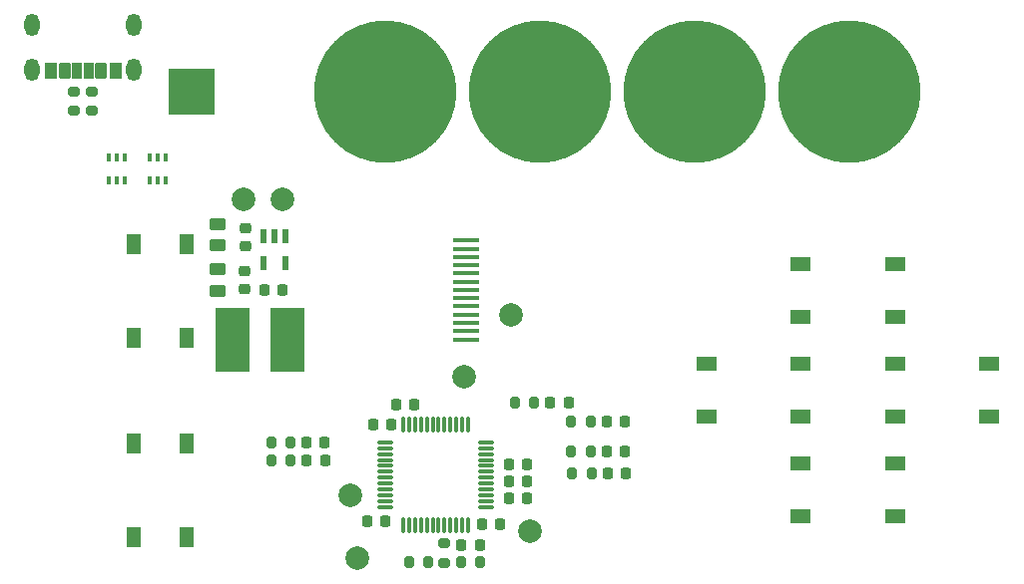
<source format=gts>
%TF.GenerationSoftware,KiCad,Pcbnew,9.0.0*%
%TF.CreationDate,2025-03-23T23:43:45-05:00*%
%TF.ProjectId,stm32card,73746d33-3263-4617-9264-2e6b69636164,rev?*%
%TF.SameCoordinates,Original*%
%TF.FileFunction,Soldermask,Top*%
%TF.FilePolarity,Negative*%
%FSLAX46Y46*%
G04 Gerber Fmt 4.6, Leading zero omitted, Abs format (unit mm)*
G04 Created by KiCad (PCBNEW 9.0.0) date 2025-03-23 23:43:45*
%MOMM*%
%LPD*%
G01*
G04 APERTURE LIST*
G04 Aperture macros list*
%AMRoundRect*
0 Rectangle with rounded corners*
0 $1 Rounding radius*
0 $2 $3 $4 $5 $6 $7 $8 $9 X,Y pos of 4 corners*
0 Add a 4 corners polygon primitive as box body*
4,1,4,$2,$3,$4,$5,$6,$7,$8,$9,$2,$3,0*
0 Add four circle primitives for the rounded corners*
1,1,$1+$1,$2,$3*
1,1,$1+$1,$4,$5*
1,1,$1+$1,$6,$7*
1,1,$1+$1,$8,$9*
0 Add four rect primitives between the rounded corners*
20,1,$1+$1,$2,$3,$4,$5,0*
20,1,$1+$1,$4,$5,$6,$7,0*
20,1,$1+$1,$6,$7,$8,$9,0*
20,1,$1+$1,$8,$9,$2,$3,0*%
G04 Aperture macros list end*
%ADD10RoundRect,0.225000X-0.225000X-0.250000X0.225000X-0.250000X0.225000X0.250000X-0.225000X0.250000X0*%
%ADD11RoundRect,0.225000X0.225000X0.250000X-0.225000X0.250000X-0.225000X-0.250000X0.225000X-0.250000X0*%
%ADD12R,1.800000X1.200000*%
%ADD13R,4.000000X4.000000*%
%ADD14C,2.000000*%
%ADD15R,0.490000X1.160000*%
%ADD16R,0.490000X1.180000*%
%ADD17RoundRect,0.200000X-0.200000X-0.275000X0.200000X-0.275000X0.200000X0.275000X-0.200000X0.275000X0*%
%ADD18R,2.200000X0.400000*%
%ADD19RoundRect,0.200000X0.200000X0.275000X-0.200000X0.275000X-0.200000X-0.275000X0.200000X-0.275000X0*%
%ADD20RoundRect,0.100000X-0.100000X0.225000X-0.100000X-0.225000X0.100000X-0.225000X0.100000X0.225000X0*%
%ADD21RoundRect,0.250000X0.450000X-0.262500X0.450000X0.262500X-0.450000X0.262500X-0.450000X-0.262500X0*%
%ADD22RoundRect,0.200000X-0.275000X0.200000X-0.275000X-0.200000X0.275000X-0.200000X0.275000X0.200000X0*%
%ADD23RoundRect,0.102000X0.350000X0.600000X-0.350000X0.600000X-0.350000X-0.600000X0.350000X-0.600000X0*%
%ADD24RoundRect,0.102000X0.380000X0.600000X-0.380000X0.600000X-0.380000X-0.600000X0.380000X-0.600000X0*%
%ADD25RoundRect,0.102000X0.400000X0.600000X-0.400000X0.600000X-0.400000X-0.600000X0.400000X-0.600000X0*%
%ADD26O,1.304000X1.904000*%
%ADD27O,1.500000X0.270000*%
%ADD28O,0.270000X1.500000*%
%ADD29C,12.100000*%
%ADD30C,12.100016*%
%ADD31C,12.100148*%
%ADD32R,1.200000X1.800000*%
%ADD33RoundRect,0.225000X0.250000X-0.225000X0.250000X0.225000X-0.250000X0.225000X-0.250000X-0.225000X0*%
%ADD34R,3.000000X5.500000*%
%ADD35RoundRect,0.225000X-0.250000X0.225000X-0.250000X-0.225000X0.250000X-0.225000X0.250000X0.225000X0*%
G04 APERTURE END LIST*
D10*
%TO.C,C14*%
X186594442Y-122410210D03*
X188144442Y-122410210D03*
%TD*%
D11*
%TO.C,C4*%
X168208349Y-118253643D03*
X166658349Y-118253643D03*
%TD*%
D12*
%TO.C,b_up1*%
X202951133Y-104665534D03*
X210951133Y-104665534D03*
X202951133Y-109165534D03*
X210951133Y-109165534D03*
%TD*%
D13*
%TO.C,TP1*%
X151296213Y-89989223D03*
%TD*%
D14*
%TO.C,unreg_vcc1*%
X158963914Y-99135976D03*
%TD*%
D10*
%TO.C,C16*%
X186498159Y-120535261D03*
X188048159Y-120535261D03*
%TD*%
D14*
%TO.C,SWDIO1*%
X164750573Y-124284125D03*
%TD*%
D15*
%TO.C,U1*%
X159275688Y-102255065D03*
X158325688Y-102255065D03*
X157375688Y-102255065D03*
D16*
X157375688Y-104555065D03*
X159275688Y-104555065D03*
%TD*%
D17*
%TO.C,R10*%
X174123734Y-129933381D03*
X175773734Y-129933381D03*
%TD*%
D10*
%TO.C,C12*%
X175911855Y-126779815D03*
X177461855Y-126779815D03*
%TD*%
D18*
%TO.C,U5*%
X174559466Y-111035534D03*
X174559466Y-110335534D03*
X174559466Y-109635534D03*
X174559466Y-108935534D03*
X174559466Y-108235534D03*
X174559466Y-107535534D03*
X174559466Y-106835534D03*
X174559466Y-106135534D03*
X174559466Y-105435534D03*
X174559466Y-104735534D03*
X174559466Y-104035534D03*
X174559466Y-103335534D03*
X174559466Y-102635534D03*
%TD*%
D10*
%TO.C,C11*%
X178216650Y-124571621D03*
X179766650Y-124571621D03*
%TD*%
D19*
%TO.C,R11*%
X171355995Y-129935313D03*
X169705995Y-129935313D03*
%TD*%
D20*
%TO.C,U3*%
X149064155Y-95624097D03*
X148414155Y-95624097D03*
X147764155Y-95624097D03*
X147764155Y-97524097D03*
X148414155Y-97524097D03*
X149064155Y-97524097D03*
%TD*%
D21*
%TO.C,R4*%
X153498188Y-103060065D03*
X153498188Y-101235065D03*
%TD*%
D22*
%TO.C,R2*%
X142831133Y-89980534D03*
X142831133Y-91630534D03*
%TD*%
D10*
%TO.C,C13*%
X181710179Y-116398550D03*
X183260179Y-116398550D03*
%TD*%
D21*
%TO.C,R3*%
X153498188Y-106885065D03*
X153498188Y-105060065D03*
%TD*%
D11*
%TO.C,C8*%
X179766650Y-121651621D03*
X178216650Y-121651621D03*
%TD*%
D17*
%TO.C,R9*%
X183488159Y-120535261D03*
X185138159Y-120535261D03*
%TD*%
%TO.C,R13*%
X158034256Y-121286002D03*
X159684256Y-121286002D03*
%TD*%
D10*
%TO.C,C15*%
X186482004Y-118016635D03*
X188032004Y-118016635D03*
%TD*%
D12*
%TO.C,b_left1*%
X210951133Y-113132201D03*
X218951133Y-113132201D03*
X210951133Y-117632201D03*
X218951133Y-117632201D03*
%TD*%
D10*
%TO.C,C5*%
X178216650Y-123111621D03*
X179766650Y-123111621D03*
%TD*%
D12*
%TO.C,b_right1*%
X194951133Y-113132201D03*
X202951133Y-113132201D03*
X194951133Y-117632201D03*
X202951133Y-117632201D03*
%TD*%
D17*
%TO.C,R12*%
X158028042Y-119787400D03*
X159678042Y-119787400D03*
%TD*%
D10*
%TO.C,C17*%
X161038042Y-119787400D03*
X162588042Y-119787400D03*
%TD*%
D17*
%TO.C,R6*%
X183584442Y-122410210D03*
X185234442Y-122410210D03*
%TD*%
D14*
%TO.C,TP_mosi1*%
X174362663Y-114235371D03*
%TD*%
D23*
%TO.C,J1*%
X142574466Y-88210000D03*
D24*
X140554466Y-88210000D03*
D25*
X139324466Y-88210000D03*
D23*
X141574466Y-88210000D03*
D24*
X143594466Y-88210000D03*
D25*
X144824466Y-88210000D03*
D26*
X146394466Y-88130000D03*
X146394466Y-84330000D03*
X137754466Y-88130000D03*
X137754466Y-84330000D03*
%TD*%
D17*
%TO.C,R7*%
X183472004Y-118016635D03*
X185122004Y-118016635D03*
%TD*%
D14*
%TO.C,tst_nrst1*%
X180021047Y-127320001D03*
%TD*%
%TO.C,TestPoint_gnd1*%
X155734045Y-99135976D03*
%TD*%
D10*
%TO.C,C2*%
X168613611Y-116553306D03*
X170163611Y-116553306D03*
%TD*%
D14*
%TO.C,TP_sck1*%
X178381844Y-108935534D03*
%TD*%
D10*
%TO.C,C18*%
X161044256Y-121286002D03*
X162594256Y-121286002D03*
%TD*%
D27*
%TO.C,U4*%
X176240878Y-125284125D03*
X176240878Y-124784125D03*
X176240878Y-124284125D03*
X176240878Y-123784125D03*
X176240878Y-123284125D03*
X176240878Y-122784125D03*
X176240878Y-122284125D03*
X176240878Y-121784125D03*
X176240878Y-121284125D03*
X176240878Y-120784125D03*
X176240878Y-120284125D03*
X176240878Y-119784125D03*
D28*
X174740878Y-118284125D03*
X174240878Y-118284125D03*
X173740878Y-118284125D03*
X173240878Y-118284125D03*
X172740878Y-118284125D03*
X172240878Y-118284125D03*
X171740878Y-118284125D03*
X171240878Y-118284125D03*
X170740878Y-118284125D03*
X170240878Y-118284125D03*
X169740878Y-118284125D03*
X169240878Y-118284125D03*
D27*
X167740878Y-119784125D03*
X167740878Y-120284125D03*
X167740878Y-120784125D03*
X167740878Y-121284125D03*
X167740878Y-121784125D03*
X167740878Y-122284125D03*
X167740878Y-122784125D03*
X167740878Y-123284125D03*
X167740878Y-123784125D03*
X167740878Y-124284125D03*
X167740878Y-124784125D03*
X167740878Y-125284125D03*
D28*
X169240878Y-126784125D03*
X169740878Y-126784125D03*
X170240878Y-126784125D03*
X170740878Y-126784125D03*
X171240878Y-126784125D03*
X171740878Y-126784125D03*
X172240878Y-126784125D03*
X172740878Y-126784125D03*
X173240878Y-126784125D03*
X173740878Y-126784125D03*
X174240878Y-126784125D03*
X174740878Y-126784125D03*
%TD*%
D10*
%TO.C,C10*%
X157473188Y-106860065D03*
X159023188Y-106860065D03*
%TD*%
D29*
%TO.C,U6*%
X167753529Y-90002380D03*
D30*
X180853529Y-90002380D03*
D31*
X193953529Y-90002380D03*
D29*
X207053529Y-90002380D03*
%TD*%
D32*
%TO.C,b_b1*%
X146357799Y-127848868D03*
X146357799Y-119848868D03*
X150857799Y-127848868D03*
X150857799Y-119848868D03*
%TD*%
D12*
%TO.C,b_down1*%
X210951133Y-126098868D03*
X202951133Y-126098868D03*
X210951133Y-121598868D03*
X202951133Y-121598868D03*
%TD*%
D17*
%TO.C,R5*%
X178700179Y-116398550D03*
X180350179Y-116398550D03*
%TD*%
D33*
%TO.C,C9*%
X155748188Y-106747565D03*
X155748188Y-105197565D03*
%TD*%
D20*
%TO.C,U2*%
X145600255Y-95624097D03*
X144950255Y-95624097D03*
X144300255Y-95624097D03*
X144300255Y-97524097D03*
X144950255Y-97524097D03*
X145600255Y-97524097D03*
%TD*%
D14*
%TO.C,SWCLK1*%
X165303801Y-129637235D03*
%TD*%
D22*
%TO.C,R8*%
X172740878Y-128357482D03*
X172740878Y-130007482D03*
%TD*%
D10*
%TO.C,C6*%
X174173724Y-128478655D03*
X175723724Y-128478655D03*
%TD*%
D34*
%TO.C,L1*%
X159428188Y-111060065D03*
X154768188Y-111060065D03*
%TD*%
D32*
%TO.C,b_a1*%
X146357799Y-110915534D03*
X146357799Y-102915534D03*
X150857799Y-110915534D03*
X150857799Y-102915534D03*
%TD*%
D11*
%TO.C,C3*%
X167740878Y-126518684D03*
X166190878Y-126518684D03*
%TD*%
D35*
%TO.C,C1*%
X155860751Y-101557657D03*
X155860751Y-103107657D03*
%TD*%
D22*
%TO.C,R1*%
X141331133Y-89980534D03*
X141331133Y-91630534D03*
%TD*%
M02*

</source>
